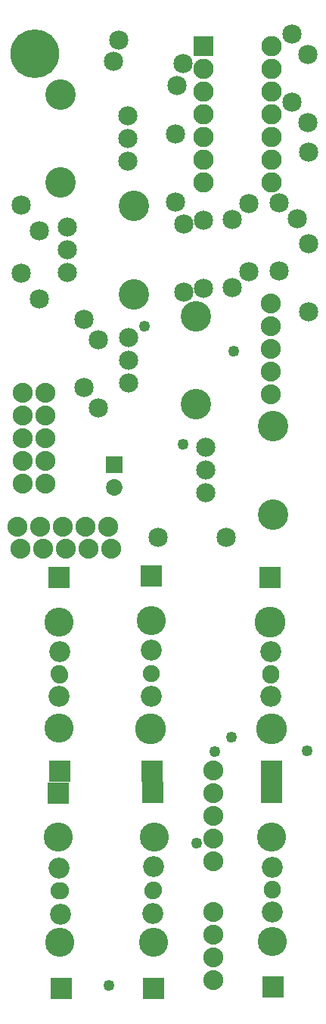
<source format=gbs>
G04 MADE WITH FRITZING*
G04 WWW.FRITZING.ORG*
G04 DOUBLE SIDED*
G04 HOLES PLATED*
G04 CONTOUR ON CENTER OF CONTOUR VECTOR*
%ASAXBY*%
%FSLAX23Y23*%
%MOIN*%
%OFA0B0*%
%SFA1.0B1.0*%
%ADD10C,0.088000*%
%ADD11C,0.092900*%
%ADD12C,0.092836*%
%ADD13C,0.075328*%
%ADD14C,0.049370*%
%ADD15C,0.084667*%
%ADD16C,0.084695*%
%ADD17C,0.134033*%
%ADD18C,0.135984*%
%ADD19C,0.128110*%
%ADD20C,0.089370*%
%ADD21C,0.085000*%
%ADD22C,0.214725*%
%ADD23C,0.072992*%
%ADD24R,0.096614X0.096614*%
%ADD25R,0.089370X0.089370*%
%ADD26R,0.072992X0.072992*%
%LNMASK0*%
G90*
G70*
G54D10*
X461Y2178D03*
X361Y2178D03*
X261Y2178D03*
X161Y2178D03*
X61Y2178D03*
G54D11*
X654Y1102D03*
G54D12*
X651Y1430D03*
G54D13*
X651Y1532D03*
G54D11*
X1180Y1007D03*
G54D12*
X1182Y679D03*
G54D13*
X1182Y577D03*
G54D14*
X930Y1189D03*
X1003Y1250D03*
X1336Y1191D03*
X790Y2540D03*
X1014Y2953D03*
X621Y3060D03*
X463Y158D03*
G54D10*
X1175Y3162D03*
X1175Y3062D03*
X1175Y2962D03*
X1175Y2862D03*
X1175Y2762D03*
X83Y2769D03*
X83Y2669D03*
X83Y2569D03*
X83Y2469D03*
X83Y2369D03*
X83Y2769D03*
X83Y2669D03*
X83Y2569D03*
X83Y2469D03*
X83Y2369D03*
X183Y2369D03*
X183Y2469D03*
X183Y2569D03*
X183Y2669D03*
X183Y2769D03*
G54D11*
X648Y1962D03*
G54D12*
X651Y1634D03*
G54D13*
X651Y1532D03*
G54D11*
X244Y1955D03*
G54D12*
X246Y1628D03*
G54D13*
X246Y1525D03*
G54D15*
X550Y3012D03*
X550Y2912D03*
G54D16*
X550Y2812D03*
G54D17*
X846Y3106D03*
X846Y2717D03*
G54D15*
X891Y2527D03*
X891Y2427D03*
G54D16*
X891Y2327D03*
G54D17*
X1187Y2621D03*
X1187Y2233D03*
G54D15*
X278Y3497D03*
X278Y3397D03*
G54D16*
X278Y3297D03*
G54D17*
X573Y3591D03*
X573Y3203D03*
G54D15*
X545Y3789D03*
X545Y3889D03*
G54D16*
X545Y3989D03*
G54D17*
X249Y3695D03*
X249Y4083D03*
G54D18*
X1178Y1289D03*
X647Y1289D03*
G54D19*
X244Y1291D03*
X663Y810D03*
G54D18*
X1172Y1758D03*
G54D19*
X247Y347D03*
X650Y1764D03*
X1183Y350D03*
X244Y1758D03*
X658Y347D03*
X1181Y810D03*
X239Y811D03*
G54D11*
X241Y1004D03*
G54D12*
X243Y676D03*
G54D13*
X243Y574D03*
G54D10*
X922Y180D03*
X922Y280D03*
X922Y380D03*
X922Y480D03*
X922Y180D03*
X922Y280D03*
X922Y380D03*
X922Y480D03*
X72Y2080D03*
X172Y2080D03*
X272Y2080D03*
X372Y2080D03*
X472Y2080D03*
G54D11*
X1173Y1956D03*
G54D12*
X1176Y1628D03*
G54D13*
X1176Y1526D03*
G54D11*
X1180Y1102D03*
G54D12*
X1177Y1430D03*
G54D13*
X1177Y1532D03*
G54D11*
X1185Y152D03*
G54D12*
X1182Y480D03*
G54D13*
X1182Y582D03*
G54D11*
X656Y1007D03*
G54D12*
X658Y680D03*
G54D13*
X658Y577D03*
G54D11*
X247Y1102D03*
G54D12*
X244Y1430D03*
G54D13*
X244Y1532D03*
G54D11*
X252Y144D03*
G54D12*
X250Y472D03*
G54D13*
X250Y574D03*
G54D11*
X658Y146D03*
G54D12*
X655Y474D03*
G54D13*
X655Y576D03*
G54D20*
X880Y4294D03*
X1180Y4294D03*
X880Y4194D03*
X1180Y4194D03*
X880Y4094D03*
X1180Y4094D03*
X880Y3994D03*
X1180Y3994D03*
X880Y3894D03*
X1180Y3894D03*
X880Y3794D03*
X1180Y3794D03*
X880Y3694D03*
X1180Y3694D03*
G54D21*
X416Y3001D03*
X416Y2701D03*
X1271Y4048D03*
X1271Y4348D03*
X353Y3092D03*
X353Y2792D03*
X157Y3483D03*
X157Y3183D03*
X76Y3594D03*
X76Y3294D03*
X1342Y3425D03*
X1342Y3125D03*
X1007Y3531D03*
X1007Y3231D03*
X793Y3513D03*
X793Y3213D03*
X1341Y4259D03*
X1341Y3959D03*
X1213Y3304D03*
X1213Y3604D03*
X756Y3909D03*
X756Y3609D03*
X482Y4227D03*
X763Y4123D03*
X1344Y3829D03*
X1292Y3534D03*
X1080Y3602D03*
X1080Y3302D03*
X506Y4320D03*
X788Y4217D03*
X880Y3229D03*
X880Y3529D03*
G54D22*
X137Y4262D03*
G54D21*
X678Y2132D03*
X978Y2132D03*
G54D14*
X850Y784D03*
G54D23*
X485Y2451D03*
X485Y2353D03*
G54D10*
X922Y705D03*
X922Y805D03*
X922Y905D03*
X922Y1005D03*
X922Y1105D03*
G54D24*
X654Y1102D03*
X1180Y1007D03*
X648Y1962D03*
X244Y1955D03*
X241Y1004D03*
X1173Y1956D03*
X1180Y1102D03*
X1185Y152D03*
X656Y1007D03*
X247Y1102D03*
X252Y144D03*
X658Y146D03*
G54D25*
X880Y4294D03*
G54D26*
X485Y2451D03*
G04 End of Mask0*
M02*
</source>
